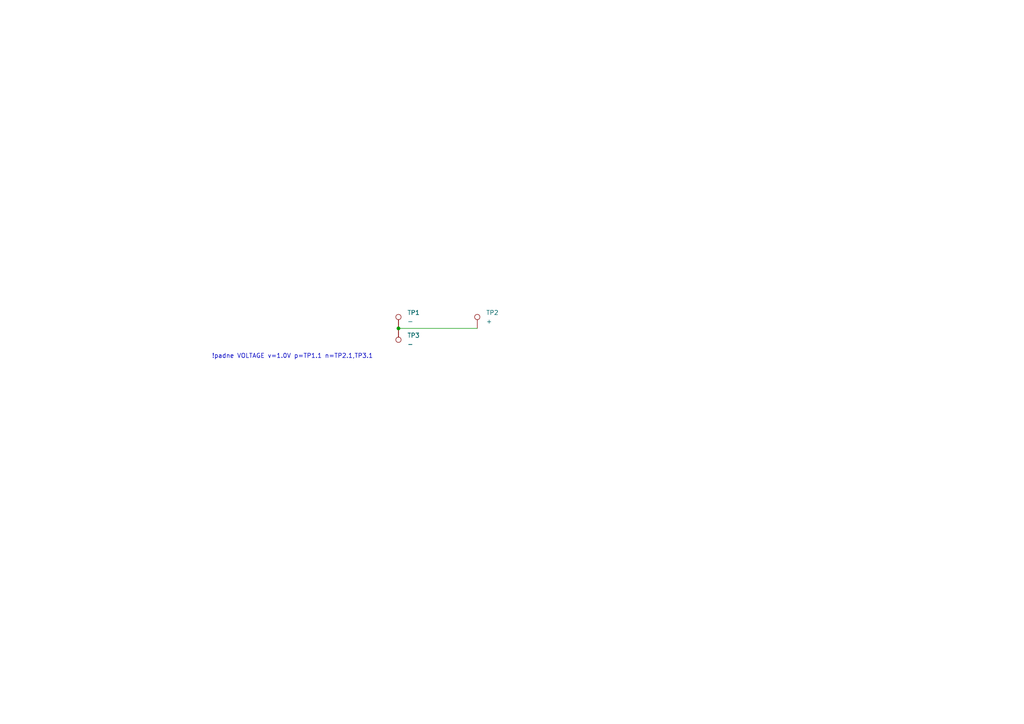
<source format=kicad_sch>
(kicad_sch (version 20231120) (generator "eeschema") (generator_version "8.0")
  (paper "A4")
  (lib_symbols
    (symbol "Connector:TestPoint" (pin_numbers hide) (pin_names (offset 0.762) hide)
      (property "Reference" "TP" (at 0 6.858 0))
      (property "Value" "TestPoint" (at 0 5.08 0))
      (symbol "TestPoint_0_1"
        (circle (center 0 3.302) (radius 0.762))
      )
      (symbol "TestPoint_1_1"
        (pin passive line (at 0 0 90) (length 2.54) (name "1") (number "1"))
      )
    )
  )
  (junction (at 115.57 95.25))
  (wire (pts (xy 115.57 95.25) (xy 138.43 95.25)))
  (text "!padne VOLTAGE v=1.0V p=TP1.1 n=TP2.1,TP3.1" (at 84.836 103.378 0) (effects (font (size 1.27 1.27))))
  (symbol (lib_id "Connector:TestPoint") (at 115.57 95.25 0) (unit 1)
    (property "Reference" "TP1" (at 118.11 90.6779 0) (effects (justify left)))
    (property "Value" "-" (at 118.11 93.2179 0) (effects (justify left)))
    (property "Footprint" "TestPoint:TestPoint_Plated_Hole_D2.0mm" (effects (hide yes)))
    (property "Description" "test point" (effects (hide yes)))
  )
  (symbol (lib_id "Connector:TestPoint") (at 115.57 95.25 180) (unit 1)
    (property "Reference" "TP3" (at 118.11 97.2819 0) (effects (justify right)))
    (property "Value" "-" (at 118.11 99.8219 0) (effects (justify right)))
    (property "Footprint" "TestPoint:TestPoint_Pad_D4.0mm" (effects (hide yes)))
    (property "Description" "test point" (effects (hide yes)))
  )
  (symbol (lib_id "Connector:TestPoint") (at 138.43 95.25 0) (unit 1)
    (property "Reference" "TP2" (at 140.97 90.6779 0) (effects (justify left)))
    (property "Value" "+" (at 140.97 93.2179 0) (effects (justify left)))
    (property "Footprint" "TestPoint:TestPoint_Plated_Hole_D5.0mm" (effects (hide yes)))
    (property "Description" "test point" (effects (hide yes)))
  )
)
</source>
